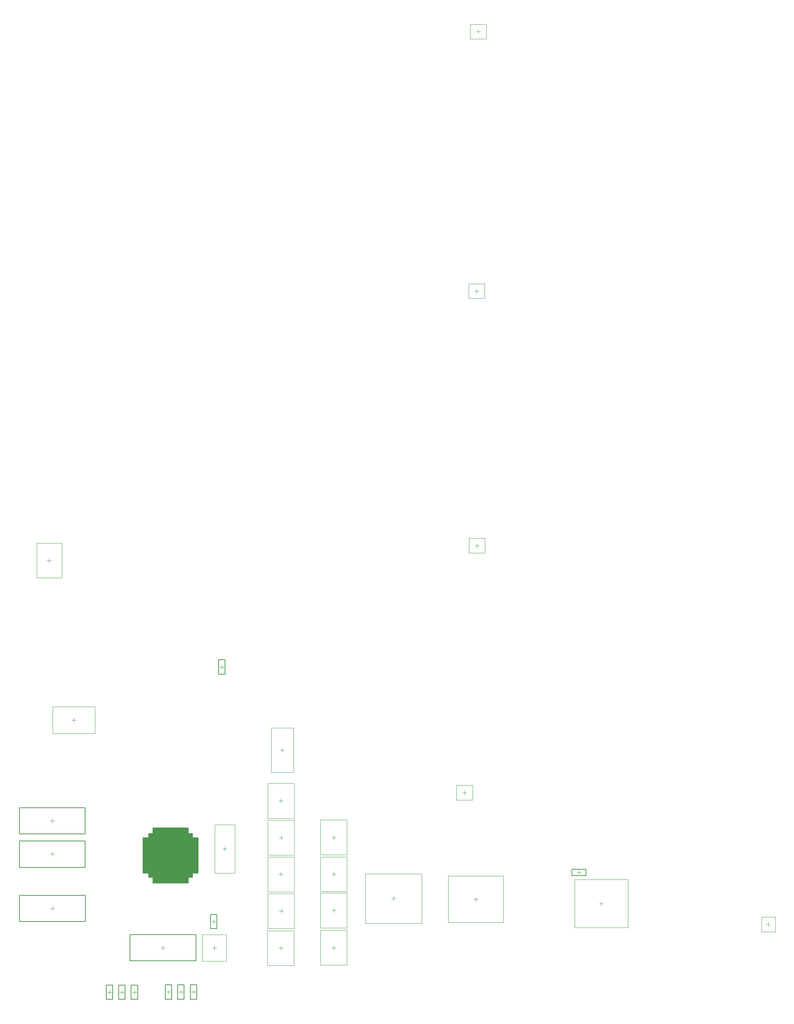
<source format=gbr>
%TF.GenerationSoftware,Altium Limited,Altium Designer,24.10.1 (45)*%
G04 Layer_Color=32768*
%FSLAX43Y43*%
%MOMM*%
%TF.SameCoordinates,766D9AF5-BA92-4156-BEB6-FD46E2A8267A*%
%TF.FilePolarity,Positive*%
%TF.FileFunction,Other,Mechanical_15*%
%TF.Part,Single*%
G01*
G75*
%TA.AperFunction,NonConductor*%
%ADD80C,0.152*%
%ADD81C,0.200*%
%ADD100C,0.100*%
%ADD103C,0.050*%
G36*
X41015Y34068D02*
X42015D01*
Y35068D01*
X43358D01*
Y43584D01*
X42015D01*
Y44584D01*
X41015D01*
Y45927D01*
X32499D01*
Y44584D01*
X31499D01*
Y43584D01*
X30156D01*
Y35068D01*
X31499D01*
Y34068D01*
X32499D01*
Y32725D01*
X41015D01*
Y34068D01*
D02*
G37*
D80*
X42015D02*
Y35068D01*
X43358D01*
Y43584D01*
X42015D02*
X43358D01*
X42015D02*
Y44584D01*
X41015D02*
X42015D01*
X41015D02*
Y45927D01*
X32499D02*
X41015D01*
X32499Y44584D02*
Y45927D01*
X31499Y44584D02*
X32499D01*
X31499Y43584D02*
Y44584D01*
X30156Y43584D02*
X31499D01*
X30156Y35068D02*
Y43584D01*
Y35068D02*
X31499D01*
Y34068D02*
Y35068D01*
Y34068D02*
X32499D01*
Y32725D02*
Y34068D01*
Y32725D02*
X41015D01*
Y34068D01*
X42015D01*
D81*
X497Y44482D02*
X16297D01*
X497D02*
Y50782D01*
X16297D01*
Y44482D02*
Y50782D01*
X132943Y34492D02*
Y36042D01*
Y34492D02*
X136343D01*
Y36042D01*
X132943D02*
X136343D01*
X27027Y20346D02*
X42827D01*
Y14046D02*
Y20346D01*
X27027Y14046D02*
X42827D01*
X27027D02*
Y20346D01*
X532Y23482D02*
X16332D01*
X532D02*
Y29782D01*
X16332D01*
Y23482D02*
Y29782D01*
X487Y36482D02*
X16287D01*
X487D02*
Y42782D01*
X16287D01*
Y36482D02*
Y42782D01*
X46312Y25158D02*
X47862D01*
X46312Y21758D02*
Y25158D01*
Y21758D02*
X47862D01*
Y25158D01*
X41456Y8301D02*
X43006D01*
X41456Y4901D02*
Y8301D01*
Y4901D02*
X43006D01*
Y8301D01*
X22856Y4876D02*
Y8276D01*
X21306Y4876D02*
X22856D01*
X21306D02*
Y8276D01*
X22856D01*
X38456Y8301D02*
X40006D01*
X38456Y4901D02*
Y8301D01*
Y4901D02*
X40006D01*
Y8301D01*
X37006Y4901D02*
Y8301D01*
X35456Y4901D02*
X37006D01*
X35456D02*
Y8301D01*
X37006D01*
X28856Y4876D02*
Y8276D01*
X27306Y4876D02*
X28856D01*
X27306D02*
Y8276D01*
X28856D01*
X24306D02*
X25856D01*
X24306Y4876D02*
Y8276D01*
Y4876D02*
X25856D01*
Y8276D01*
X48260Y82785D02*
Y86185D01*
X49810D01*
Y82785D02*
Y86185D01*
X48260Y82785D02*
X49810D01*
D100*
X13068Y71742D02*
X14068D01*
X13568Y71242D02*
Y72242D01*
X89675Y29025D02*
X90675D01*
X90175Y28525D02*
Y29525D01*
X109375Y28850D02*
X110375D01*
X109875Y28350D02*
Y29350D01*
X7897Y47632D02*
X8897D01*
X8397Y47132D02*
Y48132D01*
X134643Y34767D02*
Y35767D01*
X134143Y35267D02*
X135143D01*
X179513Y22818D02*
X180513D01*
X180013Y22318D02*
Y23318D01*
X34427Y17196D02*
X35427D01*
X34927Y16696D02*
Y17696D01*
X49237Y40886D02*
X50237D01*
X49737Y40386D02*
Y41386D01*
X7932Y26632D02*
X8932D01*
X8432Y26132D02*
Y27132D01*
X7887Y39632D02*
X8887D01*
X8387Y39132D02*
Y40132D01*
X46587Y23458D02*
X47587D01*
X47087Y22958D02*
Y23958D01*
X41731Y6601D02*
X42731D01*
X42231Y6101D02*
Y7101D01*
X22081Y6076D02*
Y7076D01*
X21581Y6576D02*
X22581D01*
X38731Y6601D02*
X39731D01*
X39231Y6101D02*
Y7101D01*
X36231Y6101D02*
Y7101D01*
X35731Y6601D02*
X36731D01*
X28081Y6076D02*
Y7076D01*
X27581Y6576D02*
X28581D01*
X24581D02*
X25581D01*
X25081Y6076D02*
Y7076D01*
X139493Y27807D02*
X140493D01*
X139993Y27307D02*
Y28307D01*
X49035Y83985D02*
Y84985D01*
X48535Y84485D02*
X49535D01*
X109605Y174563D02*
X110605D01*
X110105Y174063D02*
Y175063D01*
X109975Y236720D02*
X110975D01*
X110475Y236220D02*
Y237220D01*
X109690Y113575D02*
X110690D01*
X110190Y113075D02*
Y114075D01*
X106675Y54400D02*
X107675D01*
X107175Y53900D02*
Y54900D01*
X7640Y109509D02*
Y110509D01*
X7140Y110009D02*
X8140D01*
D103*
X75355Y17250D02*
X76355D01*
X75855Y16750D02*
Y17750D01*
X72680Y13070D02*
Y21430D01*
X79030D01*
Y13070D02*
Y21430D01*
X72680Y13070D02*
X79030D01*
X18668Y68542D02*
Y74942D01*
X8468Y68542D02*
Y74942D01*
X18668D01*
X8468Y68542D02*
X18668D01*
X83425Y23100D02*
Y34950D01*
X96925Y23100D02*
Y34950D01*
X83425D02*
X96925D01*
X83425Y23100D02*
X96925D01*
X103275Y23275D02*
Y34425D01*
X116475Y23275D02*
Y34425D01*
X103275D02*
X116475D01*
X103275Y23275D02*
X116475D01*
X47217Y16656D02*
Y17656D01*
X46717Y17156D02*
X47717D01*
X44307Y13981D02*
Y20331D01*
Y13981D02*
X50127D01*
Y20331D01*
X44307D02*
X50127D01*
X181663Y21068D02*
Y24568D01*
X178363Y21068D02*
Y24568D01*
Y21068D02*
X181663D01*
X178363Y24568D02*
X181663D01*
X72680Y39470D02*
X79030D01*
Y47830D01*
X72680D02*
X79030D01*
X72680Y39470D02*
Y47830D01*
X75855Y43150D02*
Y44150D01*
X75355Y43650D02*
X76355D01*
X72680Y30655D02*
X79030D01*
Y39015D01*
X72680D02*
X79030D01*
X72680Y30655D02*
Y39015D01*
X75855Y34335D02*
Y35335D01*
X75355Y34835D02*
X76355D01*
X72680Y21985D02*
X79030D01*
Y30345D01*
X72680D02*
X79030D01*
X72680Y21985D02*
Y30345D01*
X75855Y25665D02*
Y26665D01*
X75355Y26165D02*
X76355D01*
X63522Y64061D02*
Y65061D01*
X63022Y64561D02*
X64022D01*
X60872Y59211D02*
X66172D01*
Y69911D01*
X60872D02*
X66172D01*
X60872Y59211D02*
Y69911D01*
X62717Y43591D02*
X63717D01*
X63217Y43091D02*
Y44091D01*
X60042Y39411D02*
Y47771D01*
X66392D01*
Y39411D02*
Y47771D01*
X60042Y39411D02*
X66392D01*
X62667Y52421D02*
X63667D01*
X63167Y51921D02*
Y52921D01*
X59992Y48241D02*
Y56601D01*
X66342D01*
Y48241D02*
Y56601D01*
X59992Y48241D02*
X66342D01*
X47312Y46661D02*
X52161D01*
Y35111D02*
Y46661D01*
X47313Y35111D02*
X52161D01*
X47313D02*
Y46661D01*
X62743Y26027D02*
X63743D01*
X63243Y25527D02*
Y26527D01*
X60068Y21847D02*
Y30207D01*
X66418D01*
Y21847D02*
Y30207D01*
X60068Y21847D02*
X66418D01*
X62642Y17127D02*
X63642D01*
X63142Y16627D02*
Y17627D01*
X59967Y12947D02*
Y21307D01*
X66317D01*
Y12947D02*
Y21307D01*
X59967Y12947D02*
X66317D01*
X62693Y34802D02*
X63693D01*
X63193Y34302D02*
Y35302D01*
X60018Y30622D02*
Y38982D01*
X66368D01*
Y30622D02*
Y38982D01*
X60018Y30622D02*
X66368D01*
X133593Y22057D02*
Y33557D01*
X146393Y22057D02*
Y33557D01*
X133593Y22057D02*
X146393D01*
X133593Y33557D02*
X146393D01*
X108180Y172813D02*
Y176313D01*
X112030Y172813D02*
Y176313D01*
X108180Y172813D02*
X112030D01*
X108180Y176313D02*
X112030D01*
X108550Y234970D02*
Y238470D01*
X112400Y234970D02*
Y238470D01*
X108550Y234970D02*
X112400D01*
X108550Y238470D02*
X112400D01*
X108265Y111825D02*
Y115325D01*
X112115Y111825D02*
Y115325D01*
X108265Y111825D02*
X112115D01*
X108265Y115325D02*
X112115D01*
X105250Y52650D02*
Y56150D01*
X109100Y52650D02*
Y56150D01*
X105250Y52650D02*
X109100D01*
X105250Y56150D02*
X109100D01*
X4640Y105859D02*
X10640D01*
X4640Y114159D02*
X10640D01*
Y105859D02*
Y114159D01*
X4640Y105859D02*
Y114159D01*
%TF.MD5,2ecf301070952e216b39879b466d2d3a*%
M02*

</source>
